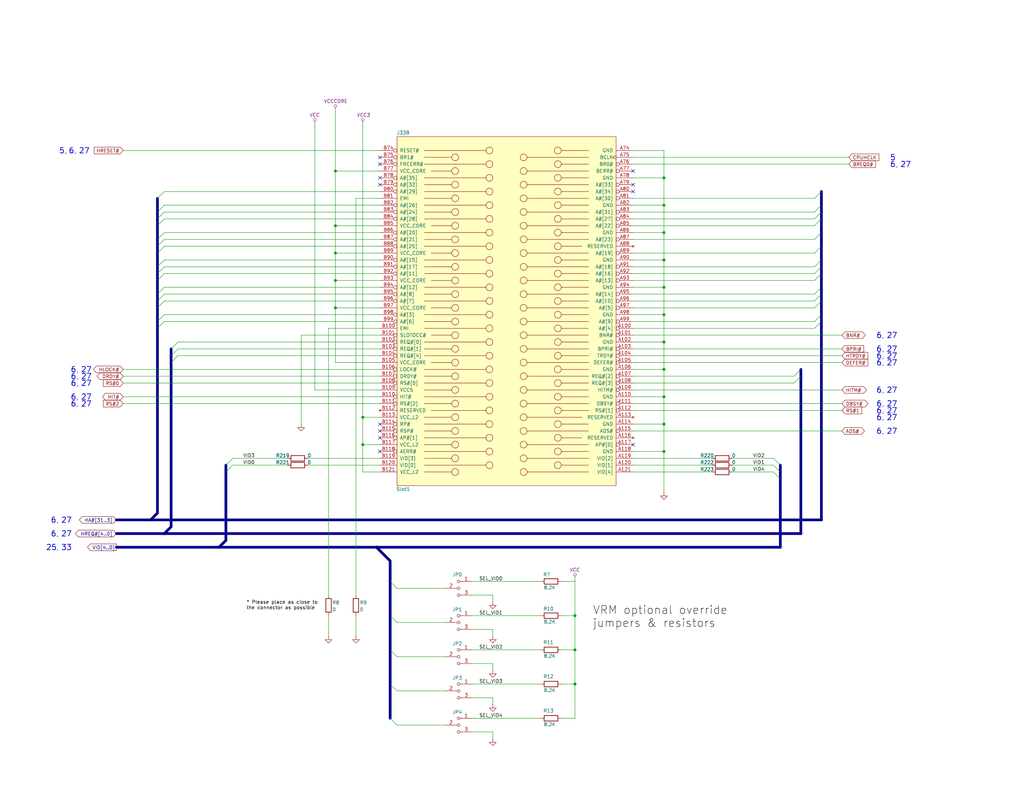
<source format=kicad_sch>
(kicad_sch (version 20241004) (generator "eeschema") (generator_version "8.99")
  (paper "User" 380 300)
  (title_block (title "SLOT 1 (PART I)") (date "Thursday, April 09, 1998") (rev "1.0"))
  (lib_symbols
    (symbol "Device:R" (pin_numbers (hide yes)) (pin_names (offset 0))
      (property "Reference" "R" (at 2.032 0 90))
      (property "Value" "R" (at 0 0 90))
      (symbol "R_1_1"
        (pin passive line (at 0 3.81 270) (length 1.27) (name "~") (number "1"))
        (pin passive line (at 0 -3.81 90) (length 1.27) (name "~") (number "2"))
      )
    )
    (symbol "P2-3_era:Jumper_3_Open" (pin_names (offset 0) (hide yes))
      (property "Reference" "JP" (at -4.572 0.254 90))
      (symbol "Jumper_3_Open_1_1"
        (pin passive line (at -2.54 5.08 270) (length 4.4958) (name "A") (number "1"))
        (pin passive line (at 0 -5.08 90) (length 4.4958) (name "C") (number "2"))
        (pin passive line (at 2.54 5.08 270) (length 4.4958) (name "B") (number "3"))
      )
    )
    (symbol "P2-3_era:Slot1" (pin_names (offset 1.016))
      (property "Reference" "J" (at -40.64 197.358 0))
      (property "Value" "Slot1" (at -40.64 0.762 0))
      (symbol "Slot1_1_1"
        (pin input line (at -46.99 190.5 0) (length 6.35) (name "EMI") (number "B1"))
        (pin input inverted (at -46.99 187.96 0) (length 6.35) (name "FLUSH#") (number "B2"))
        (pin input inverted (at -46.99 185.42 0) (length 6.35) (name "SMI#") (number "B3"))
        (pin input inverted (at -46.99 182.88 0) (length 6.35) (name "INIT#") (number "B4"))
        (pin power_in line (at -46.99 180.34 0) (length 6.35) (name "VCC_VTT") (number "B5"))
        (pin input inverted (at -46.99 177.8 0) (length 6.35) (name "STPCLK#") (number "B6"))
        (pin input line (at -46.99 175.26 0) (length 6.35) (name "TCK") (number "B7"))
        (pin input inverted (at -46.99 172.72 0) (length 6.35) (name "SLP#") (number "B8"))
        (pin power_in line (at -46.99 170.18 0) (length 6.35) (name "VCC_VTT") (number "B9"))
        (pin input line (at -46.99 167.64 0) (length 6.35) (name "TMS") (number "B10"))
        (pin input inverted (at -46.99 165.1 0) (length 6.35) (name "TRST#") (number "B11"))
        (pin no_connect line (at -46.99 162.56 0) (length 6.35) (name "RESERVED") (number "B12"))
        (pin power_in line (at -46.99 160.02 0) (length 6.35) (name "VCC_CORE") (number "B13"))
        (pin output line (at -46.99 157.48 0) (length 6.35) (name "THERMDP") (number "B14"))
        (pin output line (at -46.99 154.94 0) (length 6.35) (name "THERMDN") (number "B15"))
        (pin input line (at -46.99 152.4 0) (length 6.35) (name "NMI") (number "B16"))
        (pin power_in line (at -46.99 149.86 0) (length 6.35) (name "VCC_CORE") (number "B17"))
        (pin input clock (at -46.99 147.32 0) (length 6.35) (name "PICCLK") (number "B18"))
        (pin bidirectional inverted (at -46.99 144.78 0) (length 6.35) (name "BP#[2]") (number "B19"))
        (pin no_connect line (at -46.99 142.24 0) (length 6.35) (name "RESERVED") (number "B20"))
        (pin output line (at -46.99 139.7 0) (length 6.35) (name "100/66#") (number "B21"))
        (pin bidirectional line (at -46.99 137.16 0) (length 6.35) (name "PICD[1]") (number "B22"))
        (pin output inverted (at -46.99 134.62 0) (length 6.35) (name "PRDY#") (number "B23"))
        (pin bidirectional inverted (at -46.99 132.08 0) (length 6.35) (name "BPM#[1]") (number "B24"))
        (pin power_in line (at -46.99 129.54 0) (length 6.35) (name "VCC_CORE") (number "B25"))
        (pin bidirectional inverted (at -46.99 127 0) (length 6.35) (name "DEP#[2]") (number "B26"))
        (pin bidirectional inverted (at -46.99 124.46 0) (length 6.35) (name "DEP#[4]") (number "B27"))
        (pin bidirectional inverted (at -46.99 121.92 0) (length 6.35) (name "DEP#[7]") (number "B28"))
        (pin power_in line (at -46.99 119.38 0) (length 6.35) (name "VCC_CORE") (number "B29"))
        (pin tri_state inverted (at -46.99 116.84 0) (length 6.35) (name "D#[62]") (number "B30"))
        (pin tri_state inverted (at -46.99 114.3 0) (length 6.35) (name "D#[58]") (number "B31"))
        (pin tri_state inverted (at -46.99 111.76 0) (length 6.35) (name "D#[63]") (number "B32"))
        (pin power_in line (at -46.99 109.22 0) (length 6.35) (name "VCC_CORE") (number "B33"))
        (pin tri_state inverted (at -46.99 106.68 0) (length 6.35) (name "D#[56]") (number "B34"))
        (pin tri_state inverted (at -46.99 104.14 0) (length 6.35) (name "D#[50]") (number "B35"))
        (pin tri_state inverted (at -46.99 101.6 0) (length 6.35) (name "D#[54]") (number "B36"))
        (pin power_in line (at -46.99 99.06 0) (length 6.35) (name "VCC_CORE") (number "B37"))
        (pin tri_state inverted (at -46.99 96.52 0) (length 6.35) (name "D#[59]") (number "B38"))
        (pin tri_state inverted (at -46.99 93.98 0) (length 6.35) (name "D#[48]") (number "B39"))
        (pin tri_state inverted (at -46.99 91.44 0) (length 6.35) (name "D#[52]") (number "B40"))
        (pin input line (at -46.99 88.9 0) (length 6.35) (name "EMI") (number "B41"))
        (pin tri_state inverted (at -46.99 86.36 0) (length 6.35) (name "D#[41]") (number "B42"))
        (pin tri_state inverted (at -46.99 83.82 0) (length 6.35) (name "D#[47]") (number "B43"))
        (pin tri_state inverted (at -46.99 81.28 0) (length 6.35) (name "D#[44]") (number "B44"))
        (pin power_in line (at -46.99 78.74 0) (length 6.35) (name "VCC_CORE") (number "B45"))
        (pin tri_state inverted (at -46.99 76.2 0) (length 6.35) (name "D#[36]") (number "B46"))
        (pin tri_state inverted (at -46.99 73.66 0) (length 6.35) (name "D#[40]") (number "B47"))
        (pin tri_state inverted (at -46.99 71.12 0) (length 6.35) (name "D#[34]") (number "B48"))
        (pin power_in line (at -46.99 68.58 0) (length 6.35) (name "VCC_CORE") (number "B49"))
        (pin tri_state inverted (at -46.99 66.04 0) (length 6.35) (name "D#[38]") (number "B50"))
        (pin tri_state inverted (at -46.99 63.5 0) (length 6.35) (name "D#[32]") (number "B51"))
        (pin tri_state inverted (at -46.99 60.96 0) (length 6.35) (name "D#[28]") (number "B52"))
        (pin power_in line (at -46.99 58.42 0) (length 6.35) (name "VCC_CORE") (number "B53"))
        (pin tri_state inverted (at -46.99 55.88 0) (length 6.35) (name "D#[29]") (number "B54"))
        (pin tri_state inverted (at -46.99 53.34 0) (length 6.35) (name "D#[26]") (number "B55"))
        (pin tri_state inverted (at -46.99 50.8 0) (length 6.35) (name "D#[25]") (number "B56"))
        (pin power_in line (at -46.99 48.26 0) (length 6.35) (name "VCC_CORE") (number "B57"))
        (pin tri_state inverted (at -46.99 45.72 0) (length 6.35) (name "D#[22]") (number "B58"))
        (pin tri_state inverted (at -46.99 43.18 0) (length 6.35) (name "D#[19]") (number "B59"))
        (pin tri_state inverted (at -46.99 40.64 0) (length 6.35) (name "D#[18]") (number "B60"))
        (pin input line (at -46.99 38.1 0) (length 6.35) (name "EMI") (number "B61"))
        (pin tri_state inverted (at -46.99 35.56 0) (length 6.35) (name "D#[20]") (number "B62"))
        (pin tri_state inverted (at -46.99 33.02 0) (length 6.35) (name "D#[17]") (number "B63"))
        (pin tri_state inverted (at -46.99 30.48 0) (length 6.35) (name "D#[15]") (number "B64"))
        (pin power_in line (at -46.99 27.94 0) (length 6.35) (name "VCC_CORE") (number "B65"))
        (pin tri_state inverted (at -46.99 25.4 0) (length 6.35) (name "D#[12]") (number "B66"))
        (pin tri_state inverted (at -46.99 22.86 0) (length 6.35) (name "D#[7]") (number "B67"))
        (pin tri_state inverted (at -46.99 20.32 0) (length 6.35) (name "D#[6]") (number "B68"))
        (pin power_in line (at -46.99 17.78 0) (length 6.35) (name "VCC_CORE") (number "B69"))
        (pin tri_state inverted (at -46.99 15.24 0) (length 6.35) (name "D#[4]") (number "B70"))
        (pin tri_state inverted (at -46.99 12.7 0) (length 6.35) (name "D#[2]") (number "B71"))
        (pin tri_state inverted (at -46.99 10.16 0) (length 6.35) (name "D#[0]") (number "B72"))
        (pin power_in line (at -46.99 7.62 0) (length 6.35) (name "VCC_CORE") (number "B73"))
        (pin power_in line (at 46.99 190.5 180) (length 6.35) (name "VCC_VTT") (number "A1"))
        (pin power_in line (at 46.99 187.96 180) (length 6.35) (name "GND") (number "A2"))
        (pin power_in line (at 46.99 185.42 180) (length 6.35) (name "VCC_VTT") (number "A3"))
        (pin output inverted (at 46.99 182.88 180) (length 6.35) (name "IERR#") (number "A4"))
        (pin input inverted (at 46.99 180.34 180) (length 6.35) (name "A20M#") (number "A5"))
        (pin power_in line (at 46.99 177.8 180) (length 6.35) (name "GND") (number "A6"))
        (pin output inverted (at 46.99 175.26 180) (length 6.35) (name "FERR#") (number "A7"))
        (pin input inverted (at 46.99 172.72 180) (length 6.35) (name "IGNNE#") (number "A8"))
        (pin input line (at 46.99 170.18 180) (length 6.35) (name "TDI") (number "A9"))
        (pin power_in line (at 46.99 167.64 180) (length 6.35) (name "GND") (number "A10"))
        (pin output line (at 46.99 165.1 180) (length 6.35) (name "TDO") (number "A11"))
        (pin input line (at 46.99 162.56 180) (length 6.35) (name "PWRGD") (number "A12"))
        (pin input line (at 46.99 160.02 180) (length 6.35) (name "TESTHI") (number "A13"))
        (pin power_in line (at 46.99 157.48 180) (length 6.35) (name "GND") (number "A14"))
        (pin output inverted (at 46.99 154.94 180) (length 6.35) (name "THERMTRIP#") (number "A15"))
        (pin no_connect line (at 46.99 152.4 180) (length 6.35) (name "RESERVED") (number "A16"))
        (pin input line (at 46.99 149.86 180) (length 6.35) (name "INTR") (number "A17"))
        (pin power_in line (at 46.99 147.32 180) (length 6.35) (name "GND") (number "A18"))
        (pin bidirectional line (at 46.99 144.78 180) (length 6.35) (name "PICD[0]") (number "A19"))
        (pin input inverted (at 46.99 142.24 180) (length 6.35) (name "PREQ#") (number "A20"))
        (pin bidirectional line (at 46.99 139.7 180) (length 6.35) (name "BP#[3]") (number "A21"))
        (pin power_in line (at 46.99 137.16 180) (length 6.35) (name "GND") (number "A22"))
        (pin bidirectional inverted (at 46.99 134.62 180) (length 6.35) (name "BPM#[0]") (number "A23"))
        (pin bidirectional inverted (at 46.99 132.08 180) (length 6.35) (name "BINIT#") (number "A24"))
        (pin bidirectional inverted (at 46.99 129.54 180) (length 6.35) (name "DEP#[0]") (number "A25"))
        (pin power_in line (at 46.99 127 180) (length 6.35) (name "GND") (number "A26"))
        (pin bidirectional inverted (at 46.99 124.46 180) (length 6.35) (name "DEP#[1]") (number "A27"))
        (pin bidirectional inverted (at 46.99 121.92 180) (length 6.35) (name "DEP#[3]") (number "A28"))
        (pin bidirectional inverted (at 46.99 119.38 180) (length 6.35) (name "DEP#[5]") (number "A29"))
        (pin power_in line (at 46.99 116.84 180) (length 6.35) (name "GND") (number "A30"))
        (pin bidirectional inverted (at 46.99 114.3 180) (length 6.35) (name "DEP#[6]") (number "A31"))
        (pin tri_state inverted (at 46.99 111.76 180) (length 6.35) (name "D#[61]") (number "A32"))
        (pin tri_state inverted (at 46.99 109.22 180) (length 6.35) (name "D#[55]") (number "A33"))
        (pin power_in line (at 46.99 106.68 180) (length 6.35) (name "GND") (number "A34"))
        (pin tri_state inverted (at 46.99 104.14 180) (length 6.35) (name "D#[60]") (number "A35"))
        (pin tri_state inverted (at 46.99 101.6 180) (length 6.35) (name "D#[53]") (number "A36"))
        (pin tri_state inverted (at 46.99 99.06 180) (length 6.35) (name "D#[57]") (number "A37"))
        (pin power_in line (at 46.99 96.52 180) (length 6.35) (name "GND") (number "A38"))
        (pin tri_state inverted (at 46.99 93.98 180) (length 6.35) (name "D#[46]") (number "A39"))
        (pin tri_state inverted (at 46.99 91.44 180) (length 6.35) (name "D#[49]") (number "A40"))
        (pin tri_state inverted (at 46.99 88.9 180) (length 6.35) (name "D#[51]") (number "A41"))
        (pin power_in line (at 46.99 86.36 180) (length 6.35) (name "GND") (number "A42"))
        (pin tri_state inverted (at 46.99 83.82 180) (length 6.35) (name "D#[42]") (number "A43"))
        (pin tri_state inverted (at 46.99 81.28 180) (length 6.35) (name "D#[45]") (number "A44"))
        (pin tri_state inverted (at 46.99 78.74 180) (length 6.35) (name "D#[39]") (number "A45"))
        (pin power_in line (at 46.99 76.2 180) (length 6.35) (name "GND") (number "A46"))
        (pin no_connect line (at 46.99 73.66 180) (length 6.35) (name "RESERVED") (number "A47"))
        (pin tri_state inverted (at 46.99 71.12 180) (length 6.35) (name "D#[43]") (number "A48"))
        (pin tri_state inverted (at 46.99 68.58 180) (length 6.35) (name "D#[37]") (number "A49"))
        (pin power_in line (at 46.99 66.04 180) (length 6.35) (name "GND") (number "A50"))
        (pin tri_state inverted (at 46.99 63.5 180) (length 6.35) (name "D#[33]") (number "A51"))
        (pin tri_state inverted (at 46.99 60.96 180) (length 6.35) (name "D#[35]") (number "A52"))
        (pin tri_state inverted (at 46.99 58.42 180) (length 6.35) (name "D#[31]") (number "A53"))
        (pin power_in line (at 46.99 55.88 180) (length 6.35) (name "GND") (number "A54"))
        (pin tri_state inverted (at 46.99 53.34 180) (length 6.35) (name "D#[30]") (number "A55"))
        (pin tri_state inverted (at 46.99 50.8 180) (length 6.35) (name "D#[27]") (number "A56"))
        (pin tri_state inverted (at 46.99 48.26 180) (length 6.35) (name "D#[24]") (number "A57"))
        (pin power_in line (at 46.99 45.72 180) (length 6.35) (name "GND") (number "A58"))
        (pin tri_state inverted (at 46.99 43.18 180) (length 6.35) (name "D#[23]") (number "A59"))
        (pin tri_state inverted (at 46.99 40.64 180) (length 6.35) (name "D#[21]") (number "A60"))
        (pin tri_state inverted (at 46.99 38.1 180) (length 6.35) (name "D#[16]") (number "A61"))
        (pin power_in line (at 46.99 35.56 180) (length 6.35) (name "GND") (number "A62"))
        (pin tri_state inverted (at 46.99 33.02 180) (length 6.35) (name "D#[13]") (number "A63"))
        (pin tri_state inverted (at 46.99 30.48 180) (length 6.35) (name "D#[11]") (number "A64"))
        (pin tri_state inverted (at 46.99 27.94 180) (length 6.35) (name "D#[10]") (number "A65"))
        (pin power_in line (at 46.99 25.4 180) (length 6.35) (name "GND") (number "A66"))
        (pin tri_state inverted (at 46.99 22.86 180) (length 6.35) (name "D#[14]") (number "A67"))
        (pin tri_state inverted (at 46.99 20.32 180) (length 6.35) (name "D#[9]") (number "A68"))
        (pin tri_state inverted (at 46.99 17.78 180) (length 6.35) (name "D#[8]") (number "A69"))
        (pin power_in line (at 46.99 15.24 180) (length 6.35) (name "GND") (number "A70"))
        (pin tri_state inverted (at 46.99 12.7 180) (length 6.35) (name "D#[5]") (number "A71"))
        (pin tri_state inverted (at 46.99 10.16 180) (length 6.35) (name "D#[3]") (number "A72"))
        (pin tri_state inverted (at 46.99 7.62 180) (length 6.35) (name "D#[1]") (number "A73"))
      )
      (symbol "Slot1_2_1"
        (pin input inverted (at -46.99 190.5 0) (length 6.35) (name "RESET#") (number "B74"))
        (pin input inverted (at -46.99 187.96 0) (length 6.35) (name "BR1#") (number "B75"))
        (pin bidirectional inverted (at -46.99 185.42 0) (length 6.35) (name "FRCERR#") (number "B76"))
        (pin power_in line (at -46.99 182.88 0) (length 6.35) (name "VCC_CORE") (number "B77"))
        (pin tri_state inverted (at -46.99 180.34 0) (length 6.35) (name "A#[35]") (number "B78"))
        (pin tri_state inverted (at -46.99 177.8 0) (length 6.35) (name "A#[32]") (number "B79"))
        (pin tri_state inverted (at -46.99 175.26 0) (length 6.35) (name "A#[29]") (number "B80"))
        (pin input line (at -46.99 172.72 0) (length 6.35) (name "EMI") (number "B81"))
        (pin tri_state inverted (at -46.99 170.18 0) (length 6.35) (name "A#[26]") (number "B82"))
        (pin tri_state inverted (at -46.99 167.64 0) (length 6.35) (name "A#[24]") (number "B83"))
        (pin tri_state inverted (at -46.99 165.1 0) (length 6.35) (name "A#[28]") (number "B84"))
        (pin power_in line (at -46.99 162.56 0) (length 6.35) (name "VCC_CORE") (number "B85"))
        (pin tri_state inverted (at -46.99 160.02 0) (length 6.35) (name "A#[20]") (number "B86"))
        (pin tri_state inverted (at -46.99 157.48 0) (length 6.35) (name "A#[21]") (number "B87"))
        (pin tri_state inverted (at -46.99 154.94 0) (length 6.35) (name "A#[25]") (number "B88"))
        (pin power_in line (at -46.99 152.4 0) (length 6.35) (name "VCC_CORE") (number "B89"))
        (pin tri_state inverted (at -46.99 149.86 0) (length 6.35) (name "A#[15]") (number "B90"))
        (pin tri_state inverted (at -46.99 147.32 0) (length 6.35) (name "A#[17]") (number "B91"))
        (pin tri_state inverted (at -46.99 144.78 0) (length 6.35) (name "A#[11]") (number "B92"))
        (pin power_in line (at -46.99 142.24 0) (length 6.35) (name "VCC_CORE") (number "B93"))
        (pin tri_state inverted (at -46.99 139.7 0) (length 6.35) (name "A#[12]") (number "B94"))
        (pin tri_state inverted (at -46.99 137.16 0) (length 6.35) (name "A#[8]") (number "B95"))
        (pin tri_state inverted (at -46.99 134.62 0) (length 6.35) (name "A#[7]") (number "B96"))
        (pin power_in line (at -46.99 132.08 0) (length 6.35) (name "VCC_CORE") (number "B97"))
        (pin tri_state inverted (at -46.99 129.54 0) (length 6.35) (name "A#[3]") (number "B98"))
        (pin tri_state inverted (at -46.99 127 0) (length 6.35) (name "A#[6]") (number "B99"))
        (pin input line (at -46.99 124.46 0) (length 6.35) (name "EMI") (number "B100"))
        (pin output inverted (at -46.99 121.92 0) (length 6.35) (name "SLOTOCC#") (number "B101"))
        (pin bidirectional inverted (at -46.99 119.38 0) (length 6.35) (name "REQ#[0]") (number "B102"))
        (pin bidirectional inverted (at -46.99 116.84 0) (length 6.35) (name "REQ#[1]") (number "B103"))
        (pin bidirectional inverted (at -46.99 114.3 0) (length 6.35) (name "REQ#[4]") (number "B104"))
        (pin power_in line (at -46.99 111.76 0) (length 6.35) (name "VCC_CORE") (number "B105"))
        (pin bidirectional inverted (at -46.99 109.22 0) (length 6.35) (name "LOCK#") (number "B106"))
        (pin bidirectional inverted (at -46.99 106.68 0) (length 6.35) (name "DRDY#") (number "B107"))
        (pin input inverted (at -46.99 104.14 0) (length 6.35) (name "RS#[0]") (number "B108"))
        (pin power_in line (at -46.99 101.6 0) (length 6.35) (name "VCC5") (number "B109"))
        (pin bidirectional inverted (at -46.99 99.06 0) (length 6.35) (name "HIT#") (number "B110"))
        (pin input inverted (at -46.99 96.52 0) (length 6.35) (name "RS#[2]") (number "B111"))
        (pin no_connect line (at -46.99 93.98 0) (length 6.35) (name "RESERVED") (number "B112"))
        (pin power_in line (at -46.99 91.44 0) (length 6.35) (name "VCC_L2") (number "B113"))
        (pin bidirectional inverted (at -46.99 88.9 0) (length 6.35) (name "RP#") (number "B114"))
        (pin input inverted (at -46.99 86.36 0) (length 6.35) (name "RSP#") (number "B115"))
        (pin bidirectional inverted (at -46.99 83.82 0) (length 6.35) (name "AP#[1]") (number "B116"))
        (pin power_in line (at -46.99 81.28 0) (length 6.35) (name "VCC_L2") (number "B117"))
        (pin bidirectional inverted (at -46.99 78.74 0) (length 6.35) (name "AERR#") (number "B118"))
        (pin output line (at -46.99 76.2 0) (length 6.35) (name "VID[3]") (number "B119"))
        (pin output line (at -46.99 73.66 0) (length 6.35) (name "VID[0]") (number "B120"))
        (pin power_in line (at -46.99 71.12 0) (length 6.35) (name "VCC_L2") (number "B121"))
        (pin power_in line (at 46.99 190.5 180) (length 6.35) (name "GND") (number "A74"))
        (pin input clock (at 46.99 187.96 180) (length 6.35) (name "BCLK") (number "A75"))
        (pin bidirectional inverted (at 46.99 185.42 180) (length 6.35) (name "BR0#") (number "A76"))
        (pin bidirectional inverted (at 46.99 182.88 180) (length 6.35) (name "BERR#") (number "A77"))
        (pin power_in line (at 46.99 180.34 180) (length 6.35) (name "GND") (number "A78"))
        (pin tri_state inverted (at 46.99 177.8 180) (length 6.35) (name "A#[33]") (number "A79"))
        (pin tri_state inverted (at 46.99 175.26 180) (length 6.35) (name "A#[34]") (number "A80"))
        (pin tri_state inverted (at 46.99 172.72 180) (length 6.35) (name "A#[30]") (number "A81"))
        (pin power_in line (at 46.99 170.18 180) (length 6.35) (name "GND") (number "A82"))
        (pin tri_state inverted (at 46.99 167.64 180) (length 6.35) (name "A#[31]") (number "A83"))
        (pin tri_state inverted (at 46.99 165.1 180) (length 6.35) (name "A#[27]") (number "A84"))
        (pin tri_state inverted (at 46.99 162.56 180) (length 6.35) (name "A#[22]") (number "A85"))
        (pin power_in line (at 46.99 160.02 180) (length 6.35) (name "GND") (number "A86"))
        (pin tri_state inverted (at 46.99 157.48 180) (length 6.35) (name "A#[23]") (number "A87"))
        (pin no_connect line (at 46.99 154.94 180) (length 6.35) (name "RESERVED") (number "A88"))
        (pin tri_state inverted (at 46.99 152.4 180) (length 6.35) (name "A#[19]") (number "A89"))
        (pin power_in line (at 46.99 149.86 180) (length 6.35) (name "GND") (number "A90"))
        (pin tri_state inverted (at 46.99 147.32 180) (length 6.35) (name "A#[18]") (number "A91"))
        (pin tri_state inverted (at 46.99 144.78 180) (length 6.35) (name "A#[16]") (number "A92"))
        (pin tri_state inverted (at 46.99 142.24 180) (length 6.35) (name "A#[13]") (number "A93"))
        (pin power_in line (at 46.99 139.7 180) (length 6.35) (name "GND") (number "A94"))
        (pin tri_state inverted (at 46.99 137.16 180) (length 6.35) (name "A#[14]") (number "A95"))
        (pin tri_state inverted (at 46.99 134.62 180) (length 6.35) (name "A#[10]") (number "A96"))
        (pin tri_state inverted (at 46.99 132.08 180) (length 6.35) (name "A#[5]") (number "A97"))
        (pin power_in line (at 46.99 129.54 180) (length 6.35) (name "GND") (number "A98"))
        (pin tri_state inverted (at 46.99 127 180) (length 6.35) (name "A#[9]") (number "A99"))
        (pin tri_state inverted (at 46.99 124.46 180) (length 6.35) (name "A#[4]") (number "A100"))
        (pin bidirectional inverted (at 46.99 121.92 180) (length 6.35) (name "BNR#") (number "A101"))
        (pin power_in line (at 46.99 119.38 180) (length 6.35) (name "GND") (number "A102"))
        (pin input inverted (at 46.99 116.84 180) (length 6.35) (name "BPRI#") (number "A103"))
        (pin input inverted (at 46.99 114.3 180) (length 6.35) (name "TRDY#") (number "A104"))
        (pin input inverted (at 46.99 111.76 180) (length 6.35) (name "DEFER#") (number "A105"))
        (pin power_in line (at 46.99 109.22 180) (length 6.35) (name "GND") (number "A106"))
        (pin bidirectional inverted (at 46.99 106.68 180) (length 6.35) (name "REQ#[2]") (number "A107"))
        (pin bidirectional inverted (at 46.99 104.14 180) (length 6.35) (name "REQ#[3]") (number "A108"))
        (pin bidirectional inverted (at 46.99 101.6 180) (length 6.35) (name "HITM#") (number "A109"))
        (pin power_in line (at 46.99 99.06 180) (length 6.35) (name "GND") (number "A110"))
        (pin bidirectional inverted (at 46.99 96.52 180) (length 6.35) (name "DBSY#") (number "A111"))
        (pin input inverted (at 46.99 93.98 180) (length 6.35) (name "RS#[1]") (number "A112"))
        (pin no_connect line (at 46.99 91.44 180) (length 6.35) (name "RESERVED") (number "A113"))
        (pin power_in line (at 46.99 88.9 180) (length 6.35) (name "GND") (number "A114"))
        (pin bidirectional inverted (at 46.99 86.36 180) (length 6.35) (name "ADS#") (number "A115"))
        (pin no_connect line (at 46.99 83.82 180) (length 6.35) (name "RESERVED") (number "A116"))
        (pin bidirectional inverted (at 46.99 81.28 180) (length 6.35) (name "AP#[0]") (number "A117"))
        (pin power_in line (at 46.99 78.74 180) (length 6.35) (name "GND") (number "A118"))
        (pin output line (at 46.99 76.2 180) (length 6.35) (name "VID[2]") (number "A119"))
        (pin output line (at 46.99 73.66 180) (length 6.35) (name "VID[1]") (number "A120"))
        (pin output line (at 46.99 71.12 180) (length 6.35) (name "VID[4]") (number "A121"))
      )
    )
    (symbol "power:GND" (power) (pin_numbers (hide yes)) (pin_names (offset 0) (hide yes))
      (property "Value" "GND" (at 0 -3.81 0))
      (symbol "GND_1_1"
        (pin power_in line (at 0 0 270) (length 0) (name "~") (number "1"))
      )
    )
  )
  (text "6" (at 26.162 137.414 0) (effects (font (size 2 2) (thickness 0.25)) (justify left)))
  (text "6" (at 18.796 198.374 0) (effects (font (size 2 2) (thickness 0.25)) (justify left)))
  (text "25" (at 17.018 203.454 0) (effects (font (size 2 2) (thickness 0.25)) (justify left)))
  (text "27" (at 22.606 198.374 0) (effects (font (size 2 2) (thickness 0.25)) (justify left)))
  (text "VRM optional override\njumpers & resistors" (at 219.964 229.108 0) (effects (font (size 3 3)) (justify left)))
  (text "33" (at 22.606 203.454 0) (effects (font (size 2 2) (thickness 0.25)) (justify left)))
  (text "," (at 327.66 134.874 0) (effects (font (size 2 2))))
  (text "6" (at 325.12 124.714 0) (effects (font (size 2 2) (thickness 0.25)) (justify left)))
  (text "," (at 327.66 155.194 0) (effects (font (size 2 2))))
  (text "* Please place as close to\nthe connector as possible" (at 91.44 224.79 0) (effects (font (size 1.27 1.27)) (justify left)))
  (text "27" (at 328.93 132.334 0) (effects (font (size 2 2) (thickness 0.25)) (justify left)))
  (text "27" (at 22.606 193.294 0) (effects (font (size 2 2) (thickness 0.25)) (justify left)))
  (text "27" (at 328.93 134.874 0) (effects (font (size 2 2) (thickness 0.25)) (justify left)))
  (text "," (at 28.702 142.494 0) (effects (font (size 2 2))))
  (text "," (at 28.702 137.414 0) (effects (font (size 2 2))))
  (text "27" (at 328.93 160.274 0) (effects (font (size 2 2) (thickness 0.25)) (justify left)))
  (text "," (at 28.702 150.114 0) (effects (font (size 2 2))))
  (text "6" (at 325.12 145.034 0) (effects (font (size 2 2) (thickness 0.25)) (justify left)))
  (text "27" (at 29.21 56.134 0) (effects (font (size 2 2) (thickness 0.25)) (justify left)))
  (text "," (at 327.66 132.334 0) (effects (font (size 2 2))))
  (text "6" (at 25.4 56.134 0) (effects (font (size 2 2) (thickness 0.25)) (justify left)))
  (text "," (at 327.66 124.714 0) (effects (font (size 2 2))))
  (text "6" (at 325.12 160.274 0) (effects (font (size 2 2) (thickness 0.25)) (justify left)))
  (text "6" (at 26.162 150.114 0) (effects (font (size 2 2) (thickness 0.25)) (justify left)))
  (text "6" (at 325.12 129.794 0) (effects (font (size 2 2) (thickness 0.25)) (justify left)))
  (text "27" (at 328.93 145.034 0) (effects (font (size 2 2) (thickness 0.25)) (justify left)))
  (text "5" (at 21.844 56.134 0) (effects (font (size 2 2) (thickness 0.25)) (justify left)))
  (text "," (at 327.66 152.654 0) (effects (font (size 2 2))))
  (text "," (at 327.66 160.274 0) (effects (font (size 2 2))))
  (text "27" (at 334.01 61.214 0) (effects (font (size 2 2) (thickness 0.25)) (justify left)))
  (text "," (at 332.74 61.214 0) (effects (font (size 2 2))))
  (text "," (at 28.702 147.574 0) (effects (font (size 2 2))))
  (text "," (at 28.702 139.954 0) (effects (font (size 2 2))))
  (text "27" (at 328.93 129.794 0) (effects (font (size 2 2) (thickness 0.25)) (justify left)))
  (text "27" (at 328.93 124.714 0) (effects (font (size 2 2) (thickness 0.25)) (justify left)))
  (text "," (at 21.336 193.294 0) (effects (font (size 2 2))))
  (text "," (at 21.336 198.374 0) (effects (font (size 2 2))))
  (text "27" (at 29.972 142.494 0) (effects (font (size 2 2) (thickness 0.25)) (justify left)))
  (text "," (at 24.384 56.134 0) (effects (font (size 2 2))))
  (text "27" (at 328.93 150.114 0) (effects (font (size 2 2) (thickness 0.25)) (justify left)))
  (text "27" (at 328.93 152.654 0) (effects (font (size 2 2) (thickness 0.25)) (justify left)))
  (text "27" (at 328.93 155.194 0) (effects (font (size 2 2) (thickness 0.25)) (justify left)))
  (text "27" (at 29.972 150.114 0) (effects (font (size 2 2) (thickness 0.25)) (justify left)))
  (text "6" (at 325.12 155.194 0) (effects (font (size 2 2) (thickness 0.25)) (justify left)))
  (text "5" (at 330.2 58.674 0) (effects (font (size 2 2) (thickness 0.25)) (justify left)))
  (text "6" (at 325.12 132.334 0) (effects (font (size 2 2) (thickness 0.25)) (justify left)))
  (text "27" (at 29.972 137.414 0) (effects (font (size 2 2) (thickness 0.25)) (justify left)))
  (text "6" (at 18.796 193.294 0) (effects (font (size 2 2) (thickness 0.25)) (justify left)))
  (text "27" (at 29.972 139.954 0) (effects (font (size 2 2) (thickness 0.25)) (justify left)))
  (text "6" (at 26.162 147.574 0) (effects (font (size 2 2) (thickness 0.25)) (justify left)))
  (text "," (at 21.336 203.454 0) (effects (font (size 2 2))))
  (text "6" (at 325.12 152.654 0) (effects (font (size 2 2) (thickness 0.25)) (justify left)))
  (text "6" (at 325.12 134.874 0) (effects (font (size 2 2) (thickness 0.25)) (justify left)))
  (text "6" (at 26.162 142.494 0) (effects (font (size 2 2) (thickness 0.25)) (justify left)))
  (text "6" (at 330.2 61.214 0) (effects (font (size 2 2) (thickness 0.25)) (justify left)))
  (text "," (at 327.66 150.114 0) (effects (font (size 2 2))))
  (text "6" (at 26.162 139.954 0) (effects (font (size 2 2) (thickness 0.25)) (justify left)))
  (text "6" (at 325.12 150.114 0) (effects (font (size 2 2) (thickness 0.25)) (justify left)))
  (text "," (at 327.66 129.794 0) (effects (font (size 2 2))))
  (text "27" (at 29.972 147.574 0) (effects (font (size 2 2) (thickness 0.25)) (justify left)))
  (text "," (at 27.94 56.134 0) (effects (font (size 2 2))))
  (text "," (at 327.66 145.034 0) (effects (font (size 2 2))))
  (junction (at 246.38 157.48))
  (junction (at 124.46 83.82))
  (junction (at 246.38 66.04))
  (junction (at 213.36 228.6))
  (junction (at 81.28 203.2))
  (junction (at 134.62 154.94))
  (junction (at 124.46 104.14))
  (junction (at 124.46 93.98))
  (junction (at 60.96 198.12))
  (junction (at 246.38 116.84))
  (junction (at 213.36 254))
  (junction (at 246.38 76.2))
  (junction (at 213.36 241.3))
  (junction (at 124.46 114.3))
  (junction (at 124.46 63.5))
  (junction (at 134.62 165.1))
  (junction (at 246.38 106.68))
  (junction (at 246.38 167.64))
  (junction (at 246.38 147.32))
  (junction (at 246.38 86.36))
  (junction (at 246.38 137.16))
  (junction (at 246.38 127))
  (junction (at 246.38 96.52))
  (junction (at 139.7 203.2))
  (junction (at 55.88 193.04))
  (no_connect (at 140.97 157.48))
  (no_connect (at 140.97 68.58))
  (no_connect (at 234.95 68.58))
  (no_connect (at 234.95 63.5))
  (no_connect (at 140.97 162.56))
  (no_connect (at 140.97 58.42))
  (no_connect (at 234.95 165.1))
  (no_connect (at 234.95 71.12))
  (no_connect (at 140.97 60.96))
  (no_connect (at 140.97 167.64))
  (no_connect (at 140.97 66.04))
  (no_connect (at 140.97 160.02))
  (bus_entry (at 302.26 93.98) (size 2.54 -2.54))
  (bus_entry (at 302.26 109.22) (size 2.54 -2.54))
  (bus_entry (at 144.78 266.7) (size 2.54 2.54))
  (bus_entry (at 83.82 175.26) (size 2.54 -2.54))
  (bus_entry (at 302.26 88.9) (size 2.54 -2.54))
  (bus_entry (at 302.26 101.6) (size 2.54 -2.54))
  (bus_entry (at 58.42 73.66) (size 2.54 -2.54))
  (bus_entry (at 58.42 121.92) (size 2.54 -2.54))
  (bus_entry (at 63.5 129.54) (size 2.54 -2.54))
  (bus_entry (at 294.64 142.24) (size 2.54 -2.54))
  (bus_entry (at 58.42 111.76) (size 2.54 -2.54))
  (bus_entry (at 58.42 114.3) (size 2.54 -2.54))
  (bus_entry (at 287.02 170.18) (size 2.54 2.54))
  (bus_entry (at 63.5 134.62) (size 2.54 -2.54))
  (bus_entry (at 58.42 119.38) (size 2.54 -2.54))
  (bus_entry (at 302.26 83.82) (size 2.54 -2.54))
  (bus_entry (at 302.26 99.06) (size 2.54 -2.54))
  (bus_entry (at 287.02 175.26) (size 2.54 2.54))
  (bus_entry (at 58.42 109.22) (size 2.54 -2.54))
  (bus_entry (at 58.42 83.82) (size 2.54 -2.54))
  (bus_entry (at 302.26 114.3) (size 2.54 -2.54))
  (bus_entry (at 294.64 139.7) (size 2.54 -2.54))
  (bus_entry (at 144.78 228.6) (size 2.54 2.54))
  (bus_entry (at 58.42 104.14) (size 2.54 -2.54))
  (bus_entry (at 302.26 111.76) (size 2.54 -2.54))
  (bus_entry (at 58.42 99.06) (size 2.54 -2.54))
  (bus_entry (at 58.42 81.28) (size 2.54 -2.54))
  (bus_entry (at 58.42 101.6) (size 2.54 -2.54))
  (bus_entry (at 58.42 91.44) (size 2.54 -2.54))
  (bus_entry (at 302.26 73.66) (size 2.54 -2.54))
  (bus_entry (at 58.42 93.98) (size 2.54 -2.54))
  (bus_entry (at 144.78 241.3) (size 2.54 2.54))
  (bus_entry (at 302.26 119.38) (size 2.54 -2.54))
  (bus_entry (at 83.82 172.72) (size 2.54 -2.54))
  (bus_entry (at 287.02 172.72) (size 2.54 2.54))
  (bus_entry (at 63.5 132.08) (size 2.54 -2.54))
  (bus_entry (at 302.26 121.92) (size 2.54 -2.54))
  (bus_entry (at 144.78 254) (size 2.54 2.54))
  (bus_entry (at 144.78 215.9) (size 2.54 2.54))
  (bus_entry (at 58.42 78.74) (size 2.54 -2.54))
  (bus_entry (at 302.26 81.28) (size 2.54 -2.54))
  (bus_entry (at 58.42 88.9) (size 2.54 -2.54))
  (bus_entry (at 302.26 78.74) (size 2.54 -2.54))
  (bus_entry (at 302.26 104.14) (size 2.54 -2.54))
  (wire (pts (xy 124.46 63.5) (xy 124.46 83.82)))
  (bus (pts (xy 139.7 203.2) (xy 144.78 208.28)) (stroke (width 1)))
  (wire (pts (xy 86.36 172.72) (xy 106.68 172.72)))
  (bus (pts (xy 304.8 101.6) (xy 304.8 106.68)) (stroke (width 1)))
  (wire (pts (xy 182.88 246.38) (xy 182.88 248.92)))
  (wire (pts (xy 60.96 71.12) (xy 140.97 71.12)))
  (wire (pts (xy 234.95 88.9) (xy 302.26 88.9)))
  (bus (pts (xy 289.56 177.8) (xy 289.56 203.2)) (stroke (width 1)))
  (bus (pts (xy 58.42 111.76) (xy 58.42 114.3)) (stroke (width 1)))
  (wire (pts (xy 140.97 129.54) (xy 66.04 129.54)))
  (wire (pts (xy 234.95 127) (xy 246.38 127)))
  (wire (pts (xy 246.38 137.16) (xy 246.38 147.32)))
  (wire (pts (xy 213.36 241.3) (xy 213.36 228.6)))
  (bus (pts (xy 58.42 91.44) (xy 58.42 93.98)) (stroke (width 1)))
  (wire (pts (xy 134.62 154.94) (xy 134.62 165.1)))
  (bus (pts (xy 63.5 132.08) (xy 63.5 134.62)) (stroke (width 1)))
  (wire (pts (xy 246.38 76.2) (xy 246.38 86.36)))
  (wire (pts (xy 124.46 83.82) (xy 124.46 93.98)))
  (wire (pts (xy 121.92 121.92) (xy 121.92 220.98)))
  (wire (pts (xy 114.3 170.18) (xy 140.97 170.18)))
  (wire (pts (xy 147.32 243.84) (xy 165.1 243.84)))
  (bus (pts (xy 304.8 76.2) (xy 304.8 78.74)) (stroke (width 1)))
  (bus (pts (xy 144.78 208.28) (xy 144.78 215.9)) (stroke (width 1)))
  (wire (pts (xy 234.95 111.76) (xy 302.26 111.76)))
  (bus (pts (xy 304.8 86.36) (xy 304.8 91.44)) (stroke (width 1)))
  (bus (pts (xy 83.82 175.26) (xy 83.82 200.66)) (stroke (width 1)))
  (wire (pts (xy 175.26 228.6) (xy 200.66 228.6)))
  (bus (pts (xy 63.5 129.54) (xy 63.5 132.08)) (stroke (width 1)))
  (bus (pts (xy 297.18 139.7) (xy 297.18 198.12)) (stroke (width 1)))
  (wire (pts (xy 234.95 157.48) (xy 246.38 157.48)))
  (bus (pts (xy 144.78 241.3) (xy 144.78 254)) (stroke (width 1)))
  (wire (pts (xy 175.26 220.98) (xy 182.88 220.98)))
  (wire (pts (xy 60.96 119.38) (xy 140.97 119.38)))
  (bus (pts (xy 304.8 78.74) (xy 304.8 81.28)) (stroke (width 1)))
  (wire (pts (xy 208.28 228.6) (xy 213.36 228.6)))
  (wire (pts (xy 60.96 76.2) (xy 140.97 76.2)))
  (wire (pts (xy 124.46 114.3) (xy 124.46 134.62)))
  (bus (pts (xy 304.8 99.06) (xy 304.8 101.6)) (stroke (width 1)))
  (wire (pts (xy 234.95 116.84) (xy 246.38 116.84)))
  (wire (pts (xy 246.38 55.88) (xy 246.38 66.04)))
  (bus (pts (xy 297.18 137.16) (xy 297.18 139.7)) (stroke (width 1)))
  (wire (pts (xy 246.38 167.64) (xy 246.38 182.88)))
  (wire (pts (xy 234.95 93.98) (xy 302.26 93.98)))
  (wire (pts (xy 147.32 256.54) (xy 165.1 256.54)))
  (bus (pts (xy 58.42 93.98) (xy 58.42 99.06)) (stroke (width 1)))
  (wire (pts (xy 234.95 83.82) (xy 302.26 83.82)))
  (bus (pts (xy 58.42 190.5) (xy 55.88 193.04)) (stroke (width 1)))
  (wire (pts (xy 175.26 241.3) (xy 200.66 241.3)))
  (bus (pts (xy 144.78 215.9) (xy 144.78 228.6)) (stroke (width 1)))
  (wire (pts (xy 234.95 101.6) (xy 302.26 101.6)))
  (wire (pts (xy 140.97 175.26) (xy 134.62 175.26)))
  (wire (pts (xy 60.96 109.22) (xy 140.97 109.22)))
  (wire (pts (xy 140.97 127) (xy 66.04 127)))
  (wire (pts (xy 175.26 259.08) (xy 182.88 259.08)))
  (wire (pts (xy 271.78 172.72) (xy 287.02 172.72)))
  (wire (pts (xy 86.36 170.18) (xy 106.68 170.18)))
  (bus (pts (xy 304.8 119.38) (xy 304.8 193.04)) (stroke (width 1)))
  (wire (pts (xy 45.72 139.7) (xy 140.97 139.7)))
  (wire (pts (xy 147.32 231.14) (xy 165.1 231.14)))
  (wire (pts (xy 124.46 83.82) (xy 140.97 83.82)))
  (wire (pts (xy 45.72 149.86) (xy 140.97 149.86)))
  (wire (pts (xy 124.46 104.14) (xy 124.46 114.3)))
  (wire (pts (xy 124.46 114.3) (xy 140.97 114.3)))
  (wire (pts (xy 140.97 134.62) (xy 124.46 134.62)))
  (wire (pts (xy 271.78 175.26) (xy 287.02 175.26)))
  (wire (pts (xy 175.26 266.7) (xy 200.66 266.7)))
  (wire (pts (xy 45.72 55.88) (xy 140.97 55.88)))
  (wire (pts (xy 140.97 144.78) (xy 116.84 144.78)))
  (wire (pts (xy 234.95 119.38) (xy 302.26 119.38)))
  (bus (pts (xy 81.28 203.2) (xy 139.7 203.2)) (stroke (width 1)))
  (wire (pts (xy 175.26 254) (xy 200.66 254)))
  (wire (pts (xy 208.28 215.9) (xy 213.36 215.9)))
  (wire (pts (xy 234.95 81.28) (xy 302.26 81.28)))
  (wire (pts (xy 213.36 241.3) (xy 213.36 254)))
  (wire (pts (xy 234.95 134.62) (xy 312.42 134.62)))
  (wire (pts (xy 121.92 228.6) (xy 121.92 236.22)))
  (wire (pts (xy 208.28 241.3) (xy 213.36 241.3)))
  (wire (pts (xy 246.38 147.32) (xy 246.38 157.48)))
  (wire (pts (xy 234.95 60.96) (xy 314.96 60.96)))
  (wire (pts (xy 234.95 99.06) (xy 302.26 99.06)))
  (bus (pts (xy 304.8 111.76) (xy 304.8 116.84)) (stroke (width 1)))
  (wire (pts (xy 124.46 93.98) (xy 124.46 104.14)))
  (bus (pts (xy 58.42 101.6) (xy 58.42 104.14)) (stroke (width 1)))
  (wire (pts (xy 234.95 76.2) (xy 246.38 76.2)))
  (wire (pts (xy 60.96 78.74) (xy 140.97 78.74)))
  (wire (pts (xy 234.95 78.74) (xy 302.26 78.74)))
  (bus (pts (xy 58.42 104.14) (xy 58.42 109.22)) (stroke (width 1)))
  (wire (pts (xy 246.38 66.04) (xy 246.38 76.2)))
  (wire (pts (xy 134.62 46.99) (xy 134.62 154.94)))
  (wire (pts (xy 116.84 46.99) (xy 116.84 144.78)))
  (bus (pts (xy 83.82 200.66) (xy 81.28 203.2)) (stroke (width 1)))
  (bus (pts (xy 289.56 175.26) (xy 289.56 177.8)) (stroke (width 1)))
  (wire (pts (xy 208.28 266.7) (xy 213.36 266.7)))
  (wire (pts (xy 124.46 63.5) (xy 140.97 63.5)))
  (bus (pts (xy 139.7 203.2) (xy 289.56 203.2)) (stroke (width 1)))
  (bus (pts (xy 58.42 114.3) (xy 58.42 119.38)) (stroke (width 1)))
  (wire (pts (xy 234.95 137.16) (xy 246.38 137.16)))
  (wire (pts (xy 246.38 96.52) (xy 246.38 106.68)))
  (wire (pts (xy 234.95 139.7) (xy 294.64 139.7)))
  (wire (pts (xy 45.72 137.16) (xy 140.97 137.16)))
  (bus (pts (xy 55.88 193.04) (xy 304.8 193.04)) (stroke (width 1)))
  (bus (pts (xy 58.42 119.38) (xy 58.42 121.92)) (stroke (width 1)))
  (wire (pts (xy 175.26 271.78) (xy 182.88 271.78)))
  (wire (pts (xy 234.95 121.92) (xy 302.26 121.92)))
  (bus (pts (xy 58.42 81.28) (xy 58.42 83.82)) (stroke (width 1)))
  (bus (pts (xy 144.78 228.6) (xy 144.78 241.3)) (stroke (width 1)))
  (wire (pts (xy 175.26 215.9) (xy 200.66 215.9)))
  (wire (pts (xy 124.46 104.14) (xy 140.97 104.14)))
  (wire (pts (xy 234.95 132.08) (xy 312.42 132.08)))
  (wire (pts (xy 60.96 96.52) (xy 140.97 96.52)))
  (wire (pts (xy 147.32 269.24) (xy 165.1 269.24)))
  (wire (pts (xy 140.97 124.46) (xy 111.76 124.46)))
  (wire (pts (xy 234.95 129.54) (xy 312.42 129.54)))
  (wire (pts (xy 234.95 160.02) (xy 312.42 160.02)))
  (wire (pts (xy 234.95 175.26) (xy 264.16 175.26)))
  (wire (pts (xy 213.36 254) (xy 213.36 266.7)))
  (wire (pts (xy 140.97 86.36) (xy 60.96 86.36)))
  (wire (pts (xy 246.38 167.64) (xy 234.95 167.64)))
  (bus (pts (xy 304.8 106.68) (xy 304.8 109.22)) (stroke (width 1)))
  (bus (pts (xy 83.82 172.72) (xy 83.82 175.26)) (stroke (width 1)))
  (bus (pts (xy 58.42 78.74) (xy 58.42 81.28)) (stroke (width 1)))
  (wire (pts (xy 140.97 73.66) (xy 132.08 73.66)))
  (bus (pts (xy 43.18 203.2) (xy 81.28 203.2)) (stroke (width 1)))
  (wire (pts (xy 147.32 218.44) (xy 165.1 218.44)))
  (bus (pts (xy 43.18 193.04) (xy 55.88 193.04)) (stroke (width 1)))
  (bus (pts (xy 304.8 116.84) (xy 304.8 119.38)) (stroke (width 1)))
  (wire (pts (xy 45.72 142.24) (xy 140.97 142.24)))
  (wire (pts (xy 111.76 157.48) (xy 111.76 124.46)))
  (wire (pts (xy 60.96 116.84) (xy 140.97 116.84)))
  (bus (pts (xy 63.5 134.62) (xy 63.5 195.58)) (stroke (width 1)))
  (wire (pts (xy 234.95 149.86) (xy 312.42 149.86)))
  (wire (pts (xy 271.78 170.18) (xy 287.02 170.18)))
  (wire (pts (xy 234.95 142.24) (xy 294.64 142.24)))
  (wire (pts (xy 60.96 111.76) (xy 140.97 111.76)))
  (bus (pts (xy 43.18 198.12) (xy 60.96 198.12)) (stroke (width 1)))
  (wire (pts (xy 60.96 81.28) (xy 140.97 81.28)))
  (wire (pts (xy 234.95 147.32) (xy 246.38 147.32)))
  (wire (pts (xy 182.88 220.98) (xy 182.88 223.52)))
  (wire (pts (xy 234.95 73.66) (xy 302.26 73.66)))
  (bus (pts (xy 60.96 198.12) (xy 297.18 198.12)) (stroke (width 1)))
  (wire (pts (xy 234.95 106.68) (xy 246.38 106.68)))
  (wire (pts (xy 134.62 165.1) (xy 134.62 175.26)))
  (wire (pts (xy 121.92 121.92) (xy 140.97 121.92)))
  (wire (pts (xy 60.96 88.9) (xy 140.97 88.9)))
  (bus (pts (xy 304.8 91.44) (xy 304.8 96.52)) (stroke (width 1)))
  (wire (pts (xy 60.96 99.06) (xy 140.97 99.06)))
  (bus (pts (xy 58.42 83.82) (xy 58.42 88.9)) (stroke (width 1)))
  (bus (pts (xy 144.78 254) (xy 144.78 266.7)) (stroke (width 1)))
  (wire (pts (xy 60.96 106.68) (xy 140.97 106.68)))
  (wire (pts (xy 213.36 215.9) (xy 213.36 228.6)))
  (bus (pts (xy 58.42 99.06) (xy 58.42 101.6)) (stroke (width 1)))
  (wire (pts (xy 134.62 154.94) (xy 140.97 154.94)))
  (wire (pts (xy 234.95 172.72) (xy 264.16 172.72)))
  (wire (pts (xy 234.95 86.36) (xy 246.38 86.36)))
  (wire (pts (xy 60.96 101.6) (xy 140.97 101.6)))
  (wire (pts (xy 208.28 254) (xy 213.36 254)))
  (wire (pts (xy 246.38 106.68) (xy 246.38 116.84)))
  (wire (pts (xy 234.95 144.78) (xy 312.42 144.78)))
  (wire (pts (xy 234.95 124.46) (xy 312.42 124.46)))
  (wire (pts (xy 132.08 73.66) (xy 132.08 220.98)))
  (wire (pts (xy 60.96 91.44) (xy 140.97 91.44)))
  (wire (pts (xy 246.38 86.36) (xy 246.38 96.52)))
  (wire (pts (xy 234.95 114.3) (xy 302.26 114.3)))
  (wire (pts (xy 234.95 170.18) (xy 264.16 170.18)))
  (wire (pts (xy 175.26 246.38) (xy 182.88 246.38)))
  (bus (pts (xy 58.42 109.22) (xy 58.42 111.76)) (stroke (width 1)))
  (bus (pts (xy 58.42 121.92) (xy 58.42 190.5)) (stroke (width 1)))
  (wire (pts (xy 234.95 55.88) (xy 246.38 55.88)))
  (bus (pts (xy 304.8 81.28) (xy 304.8 86.36)) (stroke (width 1)))
  (wire (pts (xy 140.97 132.08) (xy 66.04 132.08)))
  (wire (pts (xy 234.95 96.52) (xy 246.38 96.52)))
  (bus (pts (xy 304.8 109.22) (xy 304.8 111.76)) (stroke (width 1)))
  (wire (pts (xy 234.95 66.04) (xy 246.38 66.04)))
  (wire (pts (xy 246.38 127) (xy 246.38 137.16)))
  (wire (pts (xy 132.08 228.6) (xy 132.08 236.22)))
  (bus (pts (xy 289.56 172.72) (xy 289.56 175.26)) (stroke (width 1)))
  (bus (pts (xy 304.8 71.12) (xy 304.8 76.2)) (stroke (width 1)))
  (wire (pts (xy 234.95 58.42) (xy 314.96 58.42)))
  (wire (pts (xy 114.3 172.72) (xy 140.97 172.72)))
  (wire (pts (xy 234.95 104.14) (xy 302.26 104.14)))
  (bus (pts (xy 304.8 96.52) (xy 304.8 99.06)) (stroke (width 1)))
  (wire (pts (xy 246.38 116.84) (xy 246.38 127)))
  (wire (pts (xy 182.88 259.08) (xy 182.88 261.62)))
  (wire (pts (xy 45.72 147.32) (xy 140.97 147.32)))
  (bus (pts (xy 63.5 195.58) (xy 60.96 198.12)) (stroke (width 1)))
  (bus (pts (xy 58.42 88.9) (xy 58.42 91.44)) (stroke (width 1)))
  (wire (pts (xy 182.88 233.68) (xy 182.88 236.22)))
  (wire (pts (xy 124.46 93.98) (xy 140.97 93.98)))
  (bus (pts (xy 58.42 73.66) (xy 58.42 78.74)) (stroke (width 1)))
  (wire (pts (xy 124.46 41.91) (xy 124.46 63.5)))
  (wire (pts (xy 246.38 157.48) (xy 246.38 167.64)))
  (wire (pts (xy 182.88 271.78) (xy 182.88 274.32)))
  (wire (pts (xy 175.26 233.68) (xy 182.88 233.68)))
  (wire (pts (xy 234.95 109.22) (xy 302.26 109.22)))
  (wire (pts (xy 234.95 152.4) (xy 312.42 152.4)))
  (wire (pts (xy 134.62 165.1) (xy 140.97 165.1)))
  (label "SEL_VID4" (at 177.8 266.7 0))
  (label "VID2" (at 279.4 170.18 0))
  (label "SEL_VID0" (at 177.8 215.9 0))
  (label "VID1" (at 279.4 172.72 0))
  (label "VID0" (at 90.17 172.72 0))
  (label "VID3" (at 90.17 170.18 0))
  (label "SEL_VID1" (at 177.8 228.6 0))
  (label "SEL_VID3" (at 177.8 254 0))
  (label "SEL_VID2" (at 177.8 241.3 0))
  (label "VID4" (at 279.4 175.26 0))
  (global_label "BPRI#" (shape input) (at 312.42 129.54 0) (property "Intersheetrefs" "${INTERSHEET_REFS}" (effects (hide yes))))
  (global_label "DBSY#" (shape bidirectional) (at 312.42 149.86 0) (property "Intersheetrefs" "${INTERSHEET_REFS}" (effects (hide yes))))
  (global_label "RS#1" (shape input) (at 312.42 152.4 0) (property "Intersheetrefs" "${INTERSHEET_REFS}" (effects (hide yes))))
  (global_label "CPUHCLK" (shape input) (at 314.96 58.42 0) (property "Intersheetrefs" "${INTERSHEET_REFS}" (effects (hide yes))))
  (global_label "BNR#" (shape bidirectional) (at 312.42 124.46 0) (property "Intersheetrefs" "${INTERSHEET_REFS}" (effects (hide yes))))
  (global_label "DEFER#" (shape input) (at 312.42 134.62 0) (property "Intersheetrefs" "${INTERSHEET_REFS}" (effects (hide yes))))
  (global_label "RS#2" (shape input) (at 45.72 149.86 180) (property "Intersheetrefs" "${INTERSHEET_REFS}" (effects (hide yes))))
  (global_label "DRDY#" (shape bidirectional) (at 45.72 139.7 180) (property "Intersheetrefs" "${INTERSHEET_REFS}" (effects (hide yes))))
  (global_label "HIT#" (shape bidirectional) (at 45.72 147.32 180) (property "Intersheetrefs" "${INTERSHEET_REFS}" (effects (hide yes))))
  (global_label "HREQ#[4..0]" (shape bidirectional) (at 43.18 198.12 180) (property "Intersheetrefs" "${INTERSHEET_REFS}" (effects (hide yes))))
  (global_label "HA#[31..3]" (shape bidirectional) (at 43.18 193.04 180) (property "Intersheetrefs" "${INTERSHEET_REFS}" (effects (hide yes))))
  (global_label "BREQ0#" (shape input) (at 314.96 60.96 0) (property "Intersheetrefs" "${INTERSHEET_REFS}" (effects (hide yes))))
  (global_label "HLOCK#" (shape bidirectional) (at 45.72 137.16 180) (property "Intersheetrefs" "${INTERSHEET_REFS}" (effects (hide yes))))
  (global_label "RS#0" (shape input) (at 45.72 142.24 180) (property "Intersheetrefs" "${INTERSHEET_REFS}" (effects (hide yes))))
  (global_label "ADS#" (shape bidirectional) (at 312.42 160.02 0) (property "Intersheetrefs" "${INTERSHEET_REFS}" (effects (hide yes))))
  (global_label "HRESET#" (shape input) (at 45.72 55.88 180) (property "Intersheetrefs" "${INTERSHEET_REFS}" (effects (hide yes))))
  (global_label "VID[4..0]" (shape output) (at 43.18 203.2 180) (property "Intersheetrefs" "${INTERSHEET_REFS}" (effects (hide yes))))
  (global_label "HITM#" (shape bidirectional) (at 312.42 144.78 0) (property "Intersheetrefs" "${INTERSHEET_REFS}" (effects (hide yes))))
  (global_label "HTRDY#" (shape input) (at 312.42 132.08 0) (property "Intersheetrefs" "${INTERSHEET_REFS}" (effects (hide yes))))
  (netclass_flag "" (length 2.54) (shape round) (at 124.46 41.91 0) (property "Netclass" "VCCCORE" (at 120.142 37.592 0) (effects (justify left))))
  (netclass_flag "" (length 2.54) (shape round) (at 116.84 46.99 0) (property "Netclass" "VCC" (at 114.808 42.672 0) (effects (font (italic yes)) (justify left))))
  (netclass_flag "" (length 2.54) (shape round) (at 134.62 46.99 0) (property "Netclass" "VCC3" (at 132.334 42.672 0) (effects (font (italic yes)) (justify left))))
  (netclass_flag "" (length 2.54) (shape round) (at 213.36 215.9 0) (property "Netclass" "VCC" (at 211.328 211.582 0) (effects (font (italic yes)) (justify left))))
  (symbol (lib_id "power:GND") (at 182.88 274.32 0) (unit 1)
    (property "Reference" "#PWR08017" (effects (hide yes)))
    (property "Value" "GND" (effects (hide yes)))
    (property "Description" "Power symbol creates a global label with name \"GND\" , ground" (effects (hide yes)))
  )
  (symbol (lib_id "Device:R") (at 204.47 228.6 270) (mirror x) (unit 1) (on_board no)
    (property "Reference" "R10" (at 205.486 226.06 90) (effects (justify right)))
    (property "Value" "8.2K" (at 206.248 230.886 90) (effects (justify right)))
    (property "Description" "Resistor" (effects (hide yes)))
  )
  (symbol (lib_id "P2-3_era:Jumper_3_Open") (at 170.18 243.84 270) (unit 1)
    (property "Reference" "JP2" (at 169.672 239.014 90))
    (property "Value" "Jumper_3_Open" (effects (hide yes)))
    (property "Description" "Jumper, 3-pole, both open" (effects (hide yes)))
  )
  (symbol (lib_id "P2-3_era:Jumper_3_Open") (at 170.18 256.54 270) (unit 1)
    (property "Reference" "JP3" (at 169.672 251.714 90))
    (property "Value" "Jumper_3_Open" (effects (hide yes)))
    (property "Description" "Jumper, 3-pole, both open" (effects (hide yes)))
  )
  (symbol (lib_id "Device:R") (at 110.49 170.18 90) (mirror x) (unit 1)
    (property "Reference" "R219" (at 102.362 169.164 90) (effects (justify right)))
    (property "Value" "0" (at 114.046 169.164 90) (effects (justify right)))
    (property "Footprint" "Resistor_SMD:R_0201_0603Metric" (effects (hide yes)))
    (property "Description" "Resistor" (effects (hide yes)))
  )
  (symbol (lib_id "Device:R") (at 204.47 241.3 270) (mirror x) (unit 1) (on_board no)
    (property "Reference" "R11" (at 205.486 238.506 90) (effects (justify right)))
    (property "Value" "8.2K" (at 206.248 243.586 90) (effects (justify right)))
    (property "Description" "Resistor" (effects (hide yes)))
  )
  (symbol (lib_id "Device:R") (at 204.47 254 270) (mirror x) (unit 1) (on_board no)
    (property "Reference" "R12" (at 205.486 251.206 90) (effects (justify right)))
    (property "Value" "8.2K" (at 206.248 256.286 90) (effects (justify right)))
    (property "Description" "Resistor" (effects (hide yes)))
  )
  (symbol (lib_id "Device:R") (at 267.97 175.26 90) (mirror x) (unit 1)
    (property "Reference" "R223" (at 259.842 174.244 90) (effects (justify right)))
    (property "Value" "0" (at 271.526 174.244 90) (effects (justify right)))
    (property "Footprint" "Resistor_SMD:R_0201_0603Metric" (effects (hide yes)))
    (property "Description" "Resistor" (effects (hide yes)))
  )
  (symbol (lib_id "power:GND") (at 121.92 236.22 0) (unit 1)
    (property "Reference" "#PWR08009" (effects (hide yes)))
    (property "Value" "GND" (effects (hide yes)))
    (property "Description" "Power symbol creates a global label with name \"GND\" , ground" (effects (hide yes)))
  )
  (symbol (lib_id "P2-3_era:Jumper_3_Open") (at 170.18 269.24 270) (unit 1)
    (property "Reference" "JP4" (at 169.672 264.414 90))
    (property "Value" "Jumper_3_Open" (effects (hide yes)))
    (property "Description" "Jumper, 3-pole, both open" (effects (hide yes)))
  )
  (symbol (lib_id "P2-3_era:Slot1") (at 187.96 246.38 0) (unit 2)
    (property "Reference" "J33" (at 149.606 49.276 0))
    (property "Value" "Slot1" (at 149.606 181.61 0))
  )
  (symbol (lib_id "power:GND") (at 182.88 248.92 0) (unit 1)
    (property "Reference" "#PWR08014" (effects (hide yes)))
    (property "Value" "GND" (effects (hide yes)))
    (property "Description" "Power symbol creates a global label with name \"GND\" , ground" (effects (hide yes)))
  )
  (symbol (lib_id "power:GND") (at 182.88 236.22 0) (unit 1)
    (property "Reference" "#PWR08012" (effects (hide yes)))
    (property "Value" "GND" (effects (hide yes)))
    (property "Description" "Power symbol creates a global label with name \"GND\" , ground" (effects (hide yes)))
  )
  (symbol (lib_id "Device:R") (at 110.49 172.72 90) (mirror x) (unit 1)
    (property "Reference" "R221" (at 102.362 171.704 90) (effects (justify right)))
    (property "Value" "0" (at 114.046 171.704 90) (effects (justify right)))
    (property "Footprint" "Resistor_SMD:R_0201_0603Metric" (effects (hide yes)))
    (property "Description" "Resistor" (effects (hide yes)))
  )
  (symbol (lib_id "Device:R") (at 267.97 170.18 90) (mirror x) (unit 1)
    (property "Reference" "R220" (at 259.842 169.164 90) (effects (justify right)))
    (property "Value" "0" (at 271.526 169.164 90) (effects (justify right)))
    (property "Footprint" "Resistor_SMD:R_0201_0603Metric" (effects (hide yes)))
    (property "Description" "Resistor" (effects (hide yes)))
  )
  (symbol (lib_id "Device:R") (at 267.97 172.72 90) (mirror x) (unit 1)
    (property "Reference" "R222" (at 259.842 171.704 90) (effects (justify right)))
    (property "Value" "0" (at 271.526 171.704 90) (effects (justify right)))
    (property "Footprint" "Resistor_SMD:R_0201_0603Metric" (effects (hide yes)))
    (property "Description" "Resistor" (effects (hide yes)))
  )
  (symbol (lib_id "Device:R") (at 204.47 215.9 270) (mirror x) (unit 1) (on_board no)
    (property "Reference" "R7" (at 204.216 213.36 90) (effects (justify right)))
    (property "Value" "8.2K" (at 206.248 218.186 90) (effects (justify right)))
    (property "Description" "Resistor" (effects (hide yes)))
  )
  (symbol (lib_id "Device:R") (at 204.47 266.7 270) (mirror x) (unit 1) (on_board no)
    (property "Reference" "R13" (at 205.486 263.906 90) (effects (justify right)))
    (property "Value" "8.2K" (at 206.248 268.986 90) (effects (justify right)))
    (property "Description" "Resistor" (effects (hide yes)))
  )
  (symbol (lib_id "Device:R") (at 121.92 224.79 0) (mirror x) (unit 1)
    (property "Reference" "R8" (at 125.984 223.774 0) (effects (justify right)))
    (property "Value" "0" (at 124.714 226.314 0) (effects (justify right)))
    (property "Footprint" "Resistor_SMD:R_0201_0603Metric" (effects (hide yes)))
    (property "Description" "Resistor" (effects (hide yes)))
  )
  (symbol (lib_id "P2-3_era:Jumper_3_Open") (at 170.18 231.14 270) (unit 1)
    (property "Reference" "JP1" (at 169.672 226.314 90))
    (property "Value" "Jumper_3_Open" (effects (hide yes)))
    (property "Description" "Jumper, 3-pole, both open" (effects (hide yes)))
  )
  (symbol (lib_id "power:GND") (at 132.08 236.22 0) (unit 1)
    (property "Reference" "#PWR08010" (effects (hide yes)))
    (property "Value" "GND" (effects (hide yes)))
    (property "Description" "Power symbol creates a global label with name \"GND\" , ground" (effects (hide yes)))
  )
  (symbol (lib_id "Device:R") (at 132.08 224.79 0) (mirror x) (unit 1)
    (property "Reference" "R9" (at 136.144 223.774 0) (effects (justify right)))
    (property "Value" "0" (at 134.874 226.314 0) (effects (justify right)))
    (property "Footprint" "Resistor_SMD:R_0201_0603Metric" (effects (hide yes)))
    (property "Description" "Resistor" (effects (hide yes)))
  )
  (symbol (lib_id "power:GND") (at 182.88 223.52 0) (unit 1)
    (property "Reference" "#PWR08005" (effects (hide yes)))
    (property "Value" "GND" (effects (hide yes)))
    (property "Description" "Power symbol creates a global label with name \"GND\" , ground" (effects (hide yes)))
  )
  (symbol (lib_id "P2-3_era:Jumper_3_Open") (at 170.18 218.44 270) (unit 1)
    (property "Reference" "JP0" (at 169.672 213.36 90))
    (property "Value" "Jumper_3_Open" (effects (hide yes)))
    (property "Description" "Jumper, 3-pole, both open" (effects (hide yes)))
  )
  (symbol (lib_id "power:GND") (at 111.76 157.48 0) (unit 1)
    (property "Reference" "#PWR08019" (effects (hide yes)))
    (property "Value" "GND" (effects (hide yes)))
    (property "Description" "Power symbol creates a global label with name \"GND\" , ground" (effects (hide yes)))
  )
  (symbol (lib_id "power:GND") (at 246.38 182.88 0) (unit 1)
    (property "Reference" "#PWR08021" (effects (hide yes)))
    (property "Value" "GND" (effects (hide yes)))
    (property "Description" "Power symbol creates a global label with name \"GND\" , ground" (effects (hide yes)))
  )
  (symbol (lib_id "power:GND") (at 182.88 261.62 0) (unit 1)
    (property "Reference" "#PWR08015" (effects (hide yes)))
    (property "Value" "GND" (effects (hide yes)))
    (property "Description" "Power symbol creates a global label with name \"GND\" , ground" (effects (hide yes)))
  )
)
</source>
